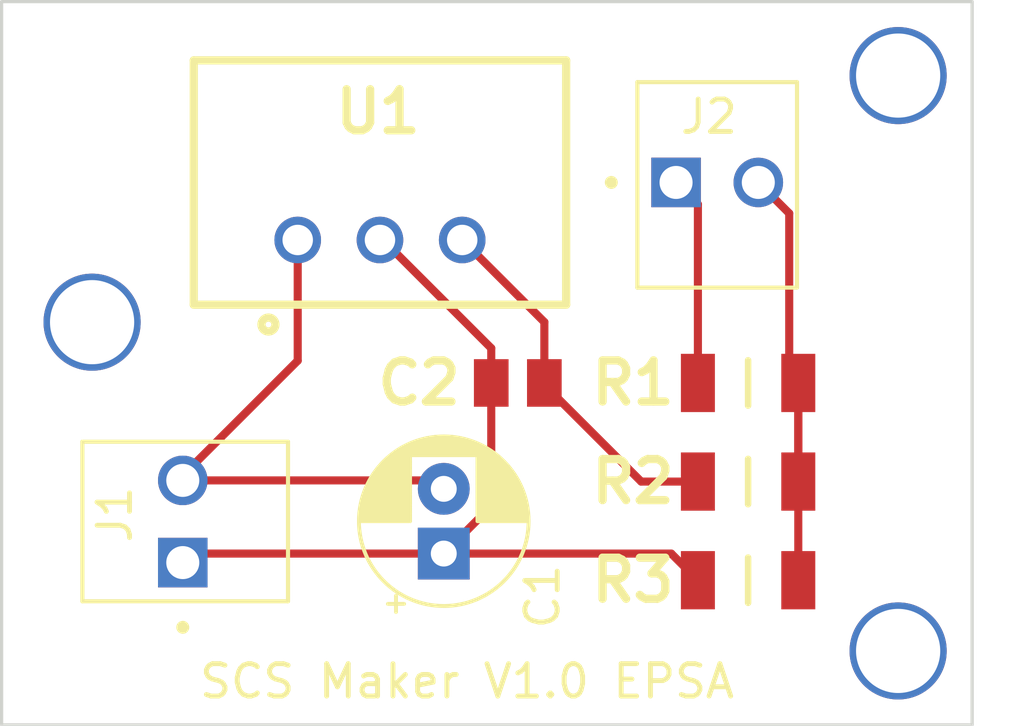
<source format=kicad_pcb>
(kicad_pcb (version 20240108) (generator "pcbnew") (generator_version "8.0")
  (layers (0 "F.Cu" signal) (31 "B.Cu" signal) (34 "B.Paste" user) (35 "F.Paste" user) (36 "B.SilkS" user "B.Silkscreen") (37 "F.SilkS" user "F.Silkscreen") (38 "B.Mask" user) (39 "F.Mask" user) (44 "Edge.Cuts" user))
  (net 0 "")
  (net 1 "GND")
  (net 2 "+12V")
  (net 3 "+5V")
  (net 4 "/Output SCS")
  (net 5 "/Sensor Output")
  (footprint "EPSA_lib:TSR-0.5-2433" (layer "F.Cu") (at 67.656 48.736)
    (property "Reference" "U1" (at 5.6885 -5.964 0) (layer "F.SilkS") (effects (font (size 1.27 1.27) (thickness 0.254))))
    (property "Value" "Alim LP TSR_0.5-2450" (hide yes))
    (fp_line (start 0 -7.55) (end 0 0) (stroke (width 0.254)) (layer "F.SilkS"))
    (fp_line (start 0 0) (end 11.5 0) (stroke (width 0.254)) (layer "F.SilkS"))
    (fp_line (start 11.5 -7.55) (end 0 -7.55) (stroke (width 0.254)) (layer "F.SilkS"))
    (fp_line (start 11.5 0) (end 11.5 -7.55) (stroke (width 0.254)) (layer "F.SilkS"))
    (fp_circle (center 2.306 0.613) (end 2.306 0.702) (stroke (width 0.254)) (fill none) (layer "F.SilkS"))
    (pad "1" thru_hole circle (at 3.21 -2) (size 1.44 1.44) (drill 0.94) (layers "*.Cu" "*.Mask") (net 2 "+12V"))
    (pad "2" thru_hole circle (at 5.75 -2) (size 1.44 1.44) (drill 0.94) (layers "*.Cu" "*.Mask") (net 1 "GND"))
    (pad "3" thru_hole circle (at 8.29 -2) (size 1.44 1.44) (drill 0.94) (layers "*.Cu" "*.Mask") (net 3 "+5V"))
  )
  (footprint "" (layer "F.Cu") (at 89.408 41.656)
    (property "Reference" "" (at 0 0 0) (layer "F.SilkS") (effects (font (size 1.27 1.27))))
    (property "Value" "")
    (pad "1" thru_hole circle (at 0 0) (size 3 3) (drill 2.6) (layers "*.Cu" "*.Mask"))
  )
  (footprint "EPSA_lib:MOLEX_22-11-2022" (layer "F.Cu") (at 67.3165 56.706 90)
    (property "Reference" "J1" (at 1.488 -2.1 270) (layer "F.SilkS"))
    (property "Value" "2P Droit 2-11-2022")
    (fp_line (start 3.735 -3.1) (end 3.735 3.25) (stroke (width 0.127)) (layer "F.SilkS"))
    (fp_line (start -1.195 -3.1) (end 3.735 -3.1) (stroke (width 0.127)) (layer "F.SilkS"))
    (fp_line (start 3.735 3.25) (end -1.195 3.25) (stroke (width 0.127)) (layer "F.SilkS"))
    (fp_line (start -1.195 3.25) (end -1.195 -3.1) (stroke (width 0.127)) (layer "F.SilkS"))
    (fp_circle (center -2 0) (end -1.9 0) (stroke (width 0.2)) (fill none) (layer "F.SilkS"))
    (pad "1" thru_hole rect (at 0 0 90) (size 1.53 1.53) (drill 1.02) (layers "*.Cu" "*.Mask") (net 1 "GND"))
    (pad "2" thru_hole circle (at 2.54 0 90) (size 1.53 1.53) (drill 1.02) (layers "*.Cu" "*.Mask") (net 2 "+12V"))
  )
  (footprint "EPSA_lib:RESC3216X70N" (layer "F.Cu") (at 84.7745 57.25)
    (property "Reference" "R3" (at -3.556 0 0) (layer "F.SilkS") (effects (font (size 1.27 1.27) (thickness 0.254))))
    (property "Value" "8k2" (hide yes))
    (fp_line (start 0 -0.7) (end 0 0.7) (stroke (width 0.2)) (layer "F.SilkS"))
    (pad "1" smd rect (at -1.55 0) (size 1.05 1.8) (layers "F.Cu" "F.Paste" "F.Mask") (net 1 "GND"))
    (pad "2" smd rect (at 1.55 0) (size 1.05 1.8) (layers "F.Cu" "F.Paste" "F.Mask") (net 4 "/Output SCS"))
  )
  (footprint "EPSA_lib:RESC3216X70N" (layer "F.Cu") (at 84.7745 51.154)
    (property "Reference" "R1" (at -3.556 0 0) (layer "F.SilkS") (effects (font (size 1.27 1.27) (thickness 0.254))))
    (property "Value" "3k9" (hide yes))
    (fp_line (start 0 -0.7) (end 0 0.7) (stroke (width 0.2)) (layer "F.SilkS"))
    (pad "1" smd rect (at -1.55 0) (size 1.05 1.8) (layers "F.Cu" "F.Paste" "F.Mask") (net 5 "/Sensor Output"))
    (pad "2" smd rect (at 1.55 0) (size 1.05 1.8) (layers "F.Cu" "F.Paste" "F.Mask") (net 4 "/Output SCS"))
  )
  (footprint "EPSA_lib:CAPC2012X130N" (layer "F.Cu") (at 77.6625 51.154)
    (property "Reference" "C2" (at -3.048 0 0) (layer "F.SilkS") (effects (font (size 1.27 1.27) (thickness 0.254))))
    (property "Value" "10n" (hide yes))
    (pad "1" smd rect (at -0.82 0) (size 1.07 1.47) (layers "F.Cu" "F.Paste" "F.Mask") (net 1 "GND"))
    (pad "2" smd rect (at 0.82 0) (size 1.07 1.47) (layers "F.Cu" "F.Paste" "F.Mask") (net 3 "+5V"))
  )
  (footprint "" (layer "F.Cu") (at 89.408 59.436)
    (property "Reference" "" (at 0 0 0) (layer "F.SilkS") (effects (font (size 1.27 1.27))))
    (property "Value" "")
    (pad "1" thru_hole circle (at 0 0) (size 3 3) (drill 2.6) (layers "*.Cu" "*.Mask"))
  )
  (footprint "Capacitor_THT:CP_Radial_D5.0mm_P2.00mm" (layer "F.Cu") (at 75.3765 56.427112 90)
    (property "Reference" "C1" (at -1.330888 3.048 270) (layer "F.SilkS"))
    (property "Value" "C")
    (fp_line (start 1.04 -2.58) (end 1.04 -1.04) (stroke (width 0.12)) (layer "F.SilkS"))
    (fp_line (start 1 -2.58) (end 1 -1.04) (stroke (width 0.12)) (layer "F.SilkS"))
    (fp_line (start 1.08 -2.579) (end 1.08 -1.04) (stroke (width 0.12)) (layer "F.SilkS"))
    (fp_line (start 1.12 -2.578) (end 1.12 -1.04) (stroke (width 0.12)) (layer "F.SilkS"))
    (fp_line (start 1.16 -2.576) (end 1.16 -1.04) (stroke (width 0.12)) (layer "F.SilkS"))
    (fp_line (start 1.2 -2.573) (end 1.2 -1.04) (stroke (width 0.12)) (layer "F.SilkS"))
    (fp_line (start 1.24 -2.569) (end 1.24 -1.04) (stroke (width 0.12)) (layer "F.SilkS"))
    (fp_line (start 1.28 -2.565) (end 1.28 -1.04) (stroke (width 0.12)) (layer "F.SilkS"))
    (fp_line (start 1.32 -2.561) (end 1.32 -1.04) (stroke (width 0.12)) (layer "F.SilkS"))
    (fp_line (start 1.36 -2.556) (end 1.36 -1.04) (stroke (width 0.12)) (layer "F.SilkS"))
    (fp_line (start 1.4 -2.55) (end 1.4 -1.04) (stroke (width 0.12)) (layer "F.SilkS"))
    (fp_line (start 1.44 -2.543) (end 1.44 -1.04) (stroke (width 0.12)) (layer "F.SilkS"))
    (fp_line (start 1.48 -2.536) (end 1.48 -1.04) (stroke (width 0.12)) (layer "F.SilkS"))
    (fp_line (start 1.52 -2.528) (end 1.52 -1.04) (stroke (width 0.12)) (layer "F.SilkS"))
    (fp_line (start 1.56 -2.52) (end 1.56 -1.04) (stroke (width 0.12)) (layer "F.SilkS"))
    (fp_line (start 1.6 -2.511) (end 1.6 -1.04) (stroke (width 0.12)) (layer "F.SilkS"))
    (fp_line (start 1.64 -2.501) (end 1.64 -1.04) (stroke (width 0.12)) (layer "F.SilkS"))
    (fp_line (start 1.68 -2.491) (end 1.68 -1.04) (stroke (width 0.12)) (layer "F.SilkS"))
    (fp_line (start 1.721 -2.48) (end 1.721 -1.04) (stroke (width 0.12)) (layer "F.SilkS"))
    (fp_line (start 1.761 -2.468) (end 1.761 -1.04) (stroke (width 0.12)) (layer "F.SilkS"))
    (fp_line (start 1.801 -2.455) (end 1.801 -1.04) (stroke (width 0.12)) (layer "F.SilkS"))
    (fp_line (start 1.841 -2.442) (end 1.841 -1.04) (stroke (width 0.12)) (layer "F.SilkS"))
    (fp_line (start 1.881 -2.428) (end 1.881 -1.04) (stroke (width 0.12)) (layer "F.SilkS"))
    (fp_line (start 1.921 -2.414) (end 1.921 -1.04) (stroke (width 0.12)) (layer "F.SilkS"))
    (fp_line (start 1.961 -2.398) (end 1.961 -1.04) (stroke (width 0.12)) (layer "F.SilkS"))
    (fp_line (start 2.001 -2.382) (end 2.001 -1.04) (stroke (width 0.12)) (layer "F.SilkS"))
    (fp_line (start 2.041 -2.365) (end 2.041 -1.04) (stroke (width 0.12)) (layer "F.SilkS"))
    (fp_line (start 2.081 -2.348) (end 2.081 -1.04) (stroke (width 0.12)) (layer "F.SilkS"))
    (fp_line (start 2.121 -2.329) (end 2.121 -1.04) (stroke (width 0.12)) (layer "F.SilkS"))
    (fp_line (start 2.161 -2.31) (end 2.161 -1.04) (stroke (width 0.12)) (layer "F.SilkS"))
    (fp_line (start 2.201 -2.29) (end 2.201 -1.04) (stroke (width 0.12)) (layer "F.SilkS"))
    (fp_line (start 2.241 -2.268) (end 2.241 -1.04) (stroke (width 0.12)) (layer "F.SilkS"))
    (fp_line (start 2.281 -2.247) (end 2.281 -1.04) (stroke (width 0.12)) (layer "F.SilkS"))
    (fp_line (start 2.321 -2.224) (end 2.321 -1.04) (stroke (width 0.12)) (layer "F.SilkS"))
    (fp_line (start 2.361 -2.2) (end 2.361 -1.04) (stroke (width 0.12)) (layer "F.SilkS"))
    (fp_line (start 2.401 -2.175) (end 2.401 -1.04) (stroke (width 0.12)) (layer "F.SilkS"))
    (fp_line (start 2.441 -2.149) (end 2.441 -1.04) (stroke (width 0.12)) (layer "F.SilkS"))
    (fp_line (start 2.481 -2.122) (end 2.481 -1.04) (stroke (width 0.12)) (layer "F.SilkS"))
    (fp_line (start 2.521 -2.095) (end 2.521 -1.04) (stroke (width 0.12)) (layer "F.SilkS"))
    (fp_line (start 2.561 -2.065) (end 2.561 -1.04) (stroke (width 0.12)) (layer "F.SilkS"))
    (fp_line (start 2.601 -2.035) (end 2.601 -1.04) (stroke (width 0.12)) (layer "F.SilkS"))
    (fp_line (start 2.641 -2.004) (end 2.641 -1.04) (stroke (width 0.12)) (layer "F.SilkS"))
    (fp_line (start 2.681 -1.971) (end 2.681 -1.04) (stroke (width 0.12)) (layer "F.SilkS"))
    (fp_line (start 2.721 -1.937) (end 2.721 -1.04) (stroke (width 0.12)) (layer "F.SilkS"))
    (fp_line (start 2.761 -1.901) (end 2.761 -1.04) (stroke (width 0.12)) (layer "F.SilkS"))
    (fp_line (start 2.801 -1.864) (end 2.801 -1.04) (stroke (width 0.12)) (layer "F.SilkS"))
    (fp_line (start 2.841 -1.826) (end 2.841 -1.04) (stroke (width 0.12)) (layer "F.SilkS"))
    (fp_line (start 2.881 -1.785) (end 2.881 -1.04) (stroke (width 0.12)) (layer "F.SilkS"))
    (fp_line (start 2.921 -1.743) (end 2.921 -1.04) (stroke (width 0.12)) (layer "F.SilkS"))
    (fp_line (start -1.554775 -1.725) (end -1.554775 -1.225) (stroke (width 0.12)) (layer "F.SilkS"))
    (fp_line (start 2.961 -1.699) (end 2.961 -1.04) (stroke (width 0.12)) (layer "F.SilkS"))
    (fp_line (start 3.001 -1.653) (end 3.001 -1.04) (stroke (width 0.12)) (layer "F.SilkS"))
    (fp_line (start 3.041 -1.605) (end 3.041 1.605) (stroke (width 0.12)) (layer "F.SilkS"))
    (fp_line (start 3.081 -1.554) (end 3.081 1.554) (stroke (width 0.12)) (layer "F.SilkS"))
    (fp_line (start 3.121 -1.5) (end 3.121 1.5) (stroke (width 0.12)) (layer "F.SilkS"))
    (fp_line (start -1.804775 -1.475) (end -1.304775 -1.475) (stroke (width 0.12)) (layer "F.SilkS"))
    (fp_line (start 3.161 -1.443) (end 3.161 1.443) (stroke (width 0.12)) (layer "F.SilkS"))
    (fp_line (start 3.201 -1.383) (end 3.201 1.383) (stroke (width 0.12)) (layer "F.SilkS"))
    (fp_line (start 3.241 -1.319) (end 3.241 1.319) (stroke (width 0.12)) (layer "F.SilkS"))
    (fp_line (start 3.281 -1.251) (end 3.281 1.251) (stroke (width 0.12)) (layer "F.SilkS"))
    (fp_line (start 3.321 -1.178) (end 3.321 1.178) (stroke (width 0.12)) (layer "F.SilkS"))
    (fp_line (start 3.361 -1.098) (end 3.361 1.098) (stroke (width 0.12)) (layer "F.SilkS"))
    (fp_line (start 3.401 -1.011) (end 3.401 1.011) (stroke (width 0.12)) (layer "F.SilkS"))
    (fp_line (start 3.441 -0.915) (end 3.441 0.915) (stroke (width 0.12)) (layer "F.SilkS"))
    (fp_line (start 3.481 -0.805) (end 3.481 0.805) (stroke (width 0.12)) (layer "F.SilkS"))
    (fp_line (start 3.521 -0.677) (end 3.521 0.677) (stroke (width 0.12)) (layer "F.SilkS"))
    (fp_line (start 3.561 -0.518) (end 3.561 0.518) (stroke (width 0.12)) (layer "F.SilkS"))
    (fp_line (start 3.601 -0.284) (end 3.601 0.284) (stroke (width 0.12)) (layer "F.SilkS"))
    (fp_line (start 3.001 1.04) (end 3.001 1.653) (stroke (width 0.12)) (layer "F.SilkS"))
    (fp_line (start 2.961 1.04) (end 2.961 1.699) (stroke (width 0.12)) (layer "F.SilkS"))
    (fp_line (start 2.921 1.04) (end 2.921 1.743) (stroke (width 0.12)) (layer "F.SilkS"))
    (fp_line (start 2.881 1.04) (end 2.881 1.785) (stroke (width 0.12)) (layer "F.SilkS"))
    (fp_line (start 2.841 1.04) (end 2.841 1.826) (stroke (width 0.12)) (layer "F.SilkS"))
    (fp_line (start 2.801 1.04) (end 2.801 1.864) (stroke (width 0.12)) (layer "F.SilkS"))
    (fp_line (start 2.761 1.04) (end 2.761 1.901) (stroke (width 0.12)) (layer "F.SilkS"))
    (fp_line (start 2.721 1.04) (end 2.721 1.937) (stroke (width 0.12)) (layer "F.SilkS"))
    (fp_line (start 2.681 1.04) (end 2.681 1.971) (stroke (width 0.12)) (layer "F.SilkS"))
    (fp_line (start 2.641 1.04) (end 2.641 2.004) (stroke (width 0.12)) (layer "F.SilkS"))
    (fp_line (start 2.601 1.04) (end 2.601 2.035) (stroke (width 0.12)) (layer "F.SilkS"))
    (fp_line (start 2.561 1.04) (end 2.561 2.065) (stroke (width 0.12)) (layer "F.SilkS"))
    (fp_line (start 2.521 1.04) (end 2.521 2.095) (stroke (width 0.12)) (layer "F.SilkS"))
    (fp_line (start 2.481 1.04) (end 2.481 2.122) (stroke (width 0.12)) (layer "F.SilkS"))
    (fp_line (start 2.441 1.04) (end 2.441 2.149) (stroke (width 0.12)) (layer "F.SilkS"))
    (fp_line (start 2.401 1.04) (end 2.401 2.175) (stroke (width 0.12)) (layer "F.SilkS"))
    (fp_line (start 2.361 1.04) (end 2.361 2.2) (stroke (width 0.12)) (layer "F.SilkS"))
    (fp_line (start 2.321 1.04) (end 2.321 2.224) (stroke (width 0.12)) (layer "F.SilkS"))
    (fp_line (start 2.281 1.04) (end 2.281 2.247) (stroke (width 0.12)) (layer "F.SilkS"))
    (fp_line (start 2.241 1.04) (end 2.241 2.268) (stroke (width 0.12)) (layer "F.SilkS"))
    (fp_line (start 2.201 1.04) (end 2.201 2.29) (stroke (width 0.12)) (layer "F.SilkS"))
    (fp_line (start 2.161 1.04) (end 2.161 2.31) (stroke (width 0.12)) (layer "F.SilkS"))
    (fp_line (start 2.121 1.04) (end 2.121 2.329) (stroke (width 0.12)) (layer "F.SilkS"))
    (fp_line (start 2.081 1.04) (end 2.081 2.348) (stroke (width 0.12)) (layer "F.SilkS"))
    (fp_line (start 2.041 1.04) (end 2.041 2.365) (stroke (width 0.12)) (layer "F.SilkS"))
    (fp_line (start 2.001 1.04) (end 2.001 2.382) (stroke (width 0.12)) (layer "F.SilkS"))
    (fp_line (start 1.961 1.04) (end 1.961 2.398) (stroke (width 0.12)) (layer "F.SilkS"))
    (fp_line (start 1.921 1.04) (end 1.921 2.414) (stroke (width 0.12)) (layer "F.SilkS"))
    (fp_line (start 1.881 1.04) (end 1.881 2.428) (stroke (width 0.12)) (layer "F.SilkS"))
    (fp_line (start 1.841 1.04) (end 1.841 2.442) (stroke (width 0.12)) (layer "F.SilkS"))
    (fp_line (start 1.801 1.04) (end 1.801 2.455) (stroke (width 0.12)) (layer "F.SilkS"))
    (fp_line (start 1.761 1.04) (end 1.761 2.468) (stroke (width 0.12)) (layer "F.SilkS"))
    (fp_line (start 1.721 1.04) (end 1.721 2.48) (stroke (width 0.12)) (layer "F.SilkS"))
    (fp_line (start 1.68 1.04) (end 1.68 2.491) (stroke (width 0.12)) (layer "F.SilkS"))
    (fp_line (start 1.64 1.04) (end 1.64 2.501) (stroke (width 0.12)) (layer "F.SilkS"))
    (fp_line (start 1.6 1.04) (end 1.6 2.511) (stroke (width 0.12)) (layer "F.SilkS"))
    (fp_line (start 1.56 1.04) (end 1.56 2.52) (stroke (width 0.12)) (layer "F.SilkS"))
    (fp_line (start 1.52 1.04) (end 1.52 2.528) (stroke (width 0.12)) (layer "F.SilkS"))
    (fp_line (start 1.48 1.04) (end 1.48 2.536) (stroke (width 0.12)) (layer "F.SilkS"))
    (fp_line (start 1.44 1.04) (end 1.44 2.543) (stroke (width 0.12)) (layer "F.SilkS"))
    (fp_line (start 1.4 1.04) (end 1.4 2.55) (stroke (width 0.12)) (layer "F.SilkS"))
    (fp_line (start 1.36 1.04) (end 1.36 2.556) (stroke (width 0.12)) (layer "F.SilkS"))
    (fp_line (start 1.32 1.04) (end 1.32 2.561) (stroke (width 0.12)) (layer "F.SilkS"))
    (fp_line (start 1.28 1.04) (end 1.28 2.565) (stroke (width 0.12)) (layer "F.SilkS"))
    (fp_line (start 1.24 1.04) (end 1.24 2.569) (stroke (width 0.12)) (layer "F.SilkS"))
    (fp_line (start 1.2 1.04) (end 1.2 2.573) (stroke (width 0.12)) (layer "F.SilkS"))
    (fp_line (start 1.16 1.04) (end 1.16 2.576) (stroke (width 0.12)) (layer "F.SilkS"))
    (fp_line (start 1.12 1.04) (end 1.12 2.578) (stroke (width 0.12)) (layer "F.SilkS"))
    (fp_line (start 1.08 1.04) (end 1.08 2.579) (stroke (width 0.12)) (layer "F.SilkS"))
    (fp_line (start 1.04 1.04) (end 1.04 2.58) (stroke (width 0.12)) (layer "F.SilkS"))
    (fp_line (start 1 1.04) (end 1 2.58) (stroke (width 0.12)) (layer "F.SilkS"))
    (fp_circle (center 1 0) (end 3.62 0) (stroke (width 0.12)) (fill none) (layer "F.SilkS"))
    (pad "1" thru_hole rect (at 0 0 90) (size 1.6 1.6) (drill 0.8) (layers "*.Cu" "*.Mask") (net 1 "GND"))
    (pad "2" thru_hole circle (at 2 0 90) (size 1.6 1.6) (drill 0.8) (layers "*.Cu" "*.Mask") (net 2 "+12V"))
  )
  (footprint "EPSA_lib:MOLEX_22-11-2022" (layer "F.Cu") (at 82.55 44.958)
    (property "Reference" "J2" (at 1.016 -2.032 0) (layer "F.SilkS"))
    (property "Value" "2P Droit 2-11-2022")
    (fp_line (start -1.195 -3.1) (end 3.735 -3.1) (stroke (width 0.127)) (layer "F.SilkS"))
    (fp_line (start -1.195 3.25) (end -1.195 -3.1) (stroke (width 0.127)) (layer "F.SilkS"))
    (fp_line (start 3.735 -3.1) (end 3.735 3.25) (stroke (width 0.127)) (layer "F.SilkS"))
    (fp_line (start 3.735 3.25) (end -1.195 3.25) (stroke (width 0.127)) (layer "F.SilkS"))
    (fp_circle (center -2 0) (end -1.9 0) (stroke (width 0.2)) (fill none) (layer "F.SilkS"))
    (pad "1" thru_hole rect (at 0 0) (size 1.53 1.53) (drill 1.02) (layers "*.Cu" "*.Mask") (net 5 "/Sensor Output"))
    (pad "2" thru_hole circle (at 2.54 0) (size 1.53 1.53) (drill 1.02) (layers "*.Cu" "*.Mask") (net 4 "/Output SCS"))
  )
  (footprint "EPSA_lib:RESC3216X70N" (layer "F.Cu") (at 84.7745 54.202 180)
    (property "Reference" "R2" (at 3.556 0 180) (layer "F.SilkS") (effects (font (size 1.27 1.27) (thickness 0.254))))
    (property "Value" "8k2" (hide yes))
    (fp_line (start 0 -0.7) (end 0 0.7) (stroke (width 0.2)) (layer "F.SilkS"))
    (pad "1" smd rect (at -1.55 0 180) (size 1.05 1.8) (layers "F.Cu" "F.Paste" "F.Mask") (net 4 "/Output SCS"))
    (pad "2" smd rect (at 1.55 0 180) (size 1.05 1.8) (layers "F.Cu" "F.Paste" "F.Mask") (net 3 "+5V"))
  )
  (footprint "" (layer "F.Cu") (at 64.516 49.276)
    (property "Reference" "" (at 0 0 0) (layer "F.SilkS") (effects (font (size 1.27 1.27))))
    (property "Value" "")
    (pad "1" thru_hole circle (at 0 0) (size 3 3) (drill 2.6) (layers "*.Cu" "*.Mask"))
  )
  (gr_rect (start 61.722 39.37) (end 91.694 61.722) (stroke (width 0.1)) (fill none) (layer "Edge.Cuts"))
  (gr_text "SCS Maker V1.0 EPSA" (at 67.7565 60.96 0) (layer "F.SilkS") (effects (font (size 1 1)) (justify left bottom)))
  (segment (start 73.4985 46.736) (end 76.8425 50.08) (width 0.25) (layer "F.Cu") (net 1))
  (segment (start 75.3765 56.427112) (end 82.401612 56.427112) (width 0.25) (layer "F.Cu") (net 1))
  (segment (start 67.595388 56.427112) (end 67.3165 56.706) (width 0.25) (layer "F.Cu") (net 1))
  (segment (start 82.401612 56.427112) (end 83.2245 57.25) (width 0.25) (layer "F.Cu") (net 1))
  (segment (start 75.3765 56.427112) (end 67.595388 56.427112) (width 0.25) (layer "F.Cu") (net 1))
  (segment (start 76.8425 51.154) (end 76.8425 54.961112) (width 0.25) (layer "F.Cu") (net 1))
  (segment (start 76.8425 50.08) (end 76.8425 51.154) (width 0.25) (layer "F.Cu") (net 1))
  (segment (start 76.8425 54.961112) (end 75.3765 56.427112) (width 0.25) (layer "F.Cu") (net 1))
  (segment (start 73.406 46.736) (end 73.4985 46.736) (width 0.25) (layer "F.Cu") (net 1))
  (segment (start 67.3165 54.016) (end 70.866 50.4665) (width 0.25) (layer "F.Cu") (net 2))
  (segment (start 67.3165 54.166) (end 67.3165 54.016) (width 0.25) (layer "F.Cu") (net 2))
  (segment (start 70.866 50.4665) (end 70.866 46.736) (width 0.25) (layer "F.Cu") (net 2))
  (segment (start 67.3165 54.166) (end 75.115388 54.166) (width 0.25) (layer "F.Cu") (net 2))
  (segment (start 75.115388 54.166) (end 75.3765 54.427112) (width 0.25) (layer "F.Cu") (net 2))
  (segment (start 81.4725 54.202) (end 78.4825 51.212) (width 0.25) (layer "F.Cu") (net 3))
  (segment (start 78.4825 49.2725) (end 75.946 46.736) (width 0.25) (layer "F.Cu") (net 3))
  (segment (start 83.2245 54.202) (end 81.4725 54.202) (width 0.25) (layer "F.Cu") (net 3))
  (segment (start 78.4825 51.212) (end 78.4825 51.154) (width 0.25) (layer "F.Cu") (net 3))
  (segment (start 78.4825 51.154) (end 78.4825 49.2725) (width 0.25) (layer "F.Cu") (net 3))
  (segment (start 86.3245 51.154) (end 86.0445 50.874) (width 0.25) (layer "F.Cu") (net 4))
  (segment (start 86.3245 54.202) (end 86.3245 51.154) (width 0.25) (layer "F.Cu") (net 4))
  (segment (start 86.0445 45.9125) (end 85.09 44.958) (width 0.25) (layer "F.Cu") (net 4))
  (segment (start 86.0445 50.874) (end 86.0445 45.9125) (width 0.25) (layer "F.Cu") (net 4))
  (segment (start 86.3245 57.25) (end 86.3245 51.154) (width 0.25) (layer "F.Cu") (net 4))
  (segment (start 83.2245 51.154) (end 83.2245 45.6325) (width 0.25) (layer "F.Cu") (net 5))
  (segment (start 83.2245 45.6325) (end 82.55 44.958) (width 0.25) (layer "F.Cu") (net 5))
)
</source>
